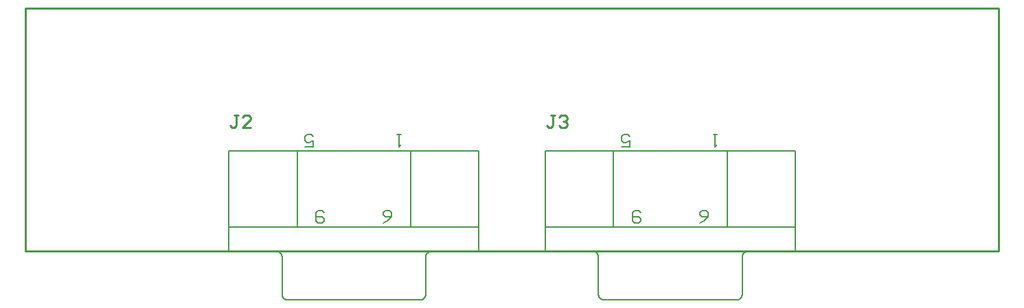
<source format=gto>
%FSDAX44Y44*%
%MOMM*%
%SFA1B1*%

%IPPOS*%
%ADD14C,0.200000*%
%ADD15C,0.253999*%
%ADD16C,0.150000*%
%LNtray3-1*%
%LPD*%
G54D14*
X00890649Y-00000049D02*
D01*
X00890165Y-00000066*
X00889682Y-00000117*
X00889204Y-00000201*
X00888734Y-00000319*
X00888272Y-00000468*
X00887822Y-00000650*
X00887387Y-00000863*
X00886966Y-00001105*
X00886564Y-00001377*
X00886182Y-00001675*
X00885821Y-00002000*
X00885484Y-00002349*
X00885173Y-00002721*
X00884887Y-00003113*
X00884630Y-00003524*
X00884403Y-00003953*
X00884206Y-00004396*
X00884040Y-00004852*
X00883906Y-00005318*
X00883805Y-00005792*
X00883737Y-00006273*
X00883704Y-00006757*
X00883699Y-00006999*
X00876699Y-00059999D02*
D01*
X00877184Y-00059982*
X00877667Y-00059932*
X00878144Y-00059847*
X00878615Y-00059730*
X00879076Y-00059580*
X00879526Y-00059398*
X00879962Y-00059186*
X00880382Y-00058943*
X00880784Y-00058672*
X00881167Y-00058373*
X00881527Y-00058049*
X00881864Y-00057700*
X00882176Y-00057328*
X00882461Y-00056936*
X00882718Y-00056524*
X00882946Y-00056096*
X00883143Y-00055653*
X00883309Y-00055197*
X00883443Y-00054731*
X00883544Y-00054256*
X00883611Y-00053776*
X00883645Y-00053292*
X00883649Y-00053049*
X00706399Y-00006999D02*
D01*
X00706382Y-00006515*
X00706332Y-00006032*
X00706248Y-00005554*
X00706130Y-00005084*
X00705980Y-00004622*
X00705798Y-00004172*
X00705586Y-00003737*
X00705343Y-00003316*
X00705072Y-00002914*
X00704773Y-00002532*
X00704449Y-00002171*
X00704100Y-00001834*
X00703728Y-00001523*
X00703336Y-00001237*
X00702924Y-00000980*
X00702496Y-00000753*
X00702053Y-00000556*
X00701597Y-00000390*
X00701131Y-00000256*
X00700656Y-00000155*
X00700176Y-00000087*
X00699692Y-00000054*
X00699449Y-00000049*
X00706449Y-00053049D02*
D01*
X00706466Y-00053534*
X00706517Y-00054017*
X00706601Y-00054494*
X00706719Y-00054965*
X00706869Y-00055426*
X00707050Y-00055876*
X00707263Y-00056312*
X00707505Y-00056732*
X00707777Y-00057135*
X00708075Y-00057517*
X00708400Y-00057877*
X00708749Y-00058214*
X00709121Y-00058526*
X00709513Y-00058811*
X00709924Y-00059068*
X00710353Y-00059296*
X00710796Y-00059493*
X00711252Y-00059659*
X00711718Y-00059793*
X00712193Y-00059894*
X00712673Y-00059961*
X00713157Y-00059995*
X00713399Y-00059999*
X00500549Y-00000049D02*
D01*
X00500065Y-00000066*
X00499582Y-00000117*
X00499104Y-00000201*
X00498634Y-00000319*
X00498172Y-00000468*
X00497723Y-00000650*
X00497287Y-00000863*
X00496866Y-00001105*
X00496464Y-00001377*
X00496082Y-00001675*
X00495721Y-00002000*
X00495385Y-00002349*
X00495073Y-00002721*
X00494787Y-00003113*
X00494530Y-00003524*
X00494303Y-00003953*
X00494105Y-00004396*
X00493940Y-00004852*
X00493806Y-00005318*
X00493705Y-00005792*
X00493637Y-00006273*
X00493604Y-00006757*
X00493599Y-00006999*
X00486599Y-00059999D02*
D01*
X00487084Y-00059982*
X00487567Y-00059932*
X00488044Y-00059847*
X00488515Y-00059730*
X00488976Y-00059580*
X00489426Y-00059398*
X00489862Y-00059186*
X00490282Y-00058943*
X00490685Y-00058672*
X00491067Y-00058373*
X00491427Y-00058049*
X00491764Y-00057700*
X00492076Y-00057328*
X00492361Y-00056936*
X00492618Y-00056524*
X00492846Y-00056096*
X00493043Y-00055653*
X00493209Y-00055197*
X00493343Y-00054731*
X00493444Y-00054256*
X00493511Y-00053776*
X00493545Y-00053292*
X00493549Y-00053049*
X00316299Y-00006999D02*
D01*
X00316282Y-00006515*
X00316232Y-00006032*
X00316147Y-00005554*
X00316030Y-00005084*
X00315880Y-00004622*
X00315699Y-00004172*
X00315486Y-00003737*
X00315243Y-00003316*
X00314972Y-00002914*
X00314673Y-00002532*
X00314349Y-00002171*
X00314000Y-00001834*
X00313628Y-00001523*
X00313236Y-00001237*
X00312824Y-00000980*
X00312396Y-00000753*
X00311953Y-00000556*
X00311497Y-00000390*
X00311031Y-00000256*
X00310556Y-00000155*
X00310076Y-00000087*
X00309592Y-00000054*
X00309349Y-00000049*
X00316349Y-00053049D02*
D01*
X00316366Y-00053534*
X00316417Y-00054017*
X00316501Y-00054494*
X00316619Y-00054965*
X00316768Y-00055426*
X00316950Y-00055876*
X00317163Y-00056312*
X00317406Y-00056732*
X00317677Y-00057135*
X00317975Y-00057517*
X00318300Y-00057877*
X00318649Y-00058214*
X00319020Y-00058526*
X00319413Y-00058811*
X00319824Y-00059068*
X00320253Y-00059296*
X00320696Y-00059493*
X00321152Y-00059659*
X00321618Y-00059793*
X00322093Y-00059894*
X00322573Y-00059961*
X00323057Y-00059995*
X00323299Y-00059999*
X00641049Y00029999D02*
X00949049D01*
X00641049Y00000000D02*
Y00123999D01*
X00949049Y00000000D02*
Y00123999D01*
X00713399Y-00059999D02*
X00876699D01*
X00641049Y00123999D02*
X00949049D01*
X00725049Y00029999D02*
Y00123999D01*
X00641049Y00000000D02*
X00949049D01*
X00865049Y00029999D02*
Y00123999D01*
X00883699Y-00052999D02*
Y-00006999D01*
X00706399Y-00052999D02*
Y-00006999D01*
X00250949Y00029999D02*
X00558949D01*
X00250949Y00000000D02*
Y00123999D01*
X00558949Y00000000D02*
Y00123999D01*
X00323299Y-00059999D02*
X00486599D01*
X00250949Y00123999D02*
X00558949D01*
X00334949Y00029999D02*
Y00123999D01*
X00250949Y00000000D02*
X00558949D01*
X00474949Y00029999D02*
Y00123999D01*
X00493599Y-00052999D02*
Y-00006999D01*
X00316299Y-00052999D02*
Y-00006999D01*
G54D15*
X00000000Y00000000D02*
X01199999D01*
Y00299999*
X00000000D02*
X01199999D01*
X00000000Y00000000D02*
Y00299999D01*
X00652806Y00168142D02*
X00647727D01*
X00650266*
Y00155446*
X00647727Y00152908*
X00645188*
X00642649Y00155446*
X00657884Y00165603D02*
X00660423Y00168142D01*
X00665502*
X00668041Y00165603*
Y00163064*
X00665502Y00160524*
X00662962*
X00665502*
X00668041Y00157985*
Y00155446*
X00665502Y00152908*
X00660423*
X00657884Y00155446*
X00262706Y00168142D02*
X00257627D01*
X00260167*
Y00155446*
X00257627Y00152908*
X00255088*
X00252549Y00155446*
X00277941Y00152908D02*
X00267784D01*
X00277941Y00163064*
Y00165603*
X00275402Y00168142*
X00270323*
X00267784Y00165603*
G54D16*
X00852949Y00143749D02*
X00847951D01*
X00850450*
Y00128754*
X00852949Y00131253*
X00734652Y00128754D02*
X00744649D01*
Y00136251*
X00739651Y00133752*
X00737151*
X00734652Y00136251*
Y00141250*
X00737151Y00143749*
X00742150*
X00744649Y00141250*
X00758499Y00047250D02*
X00756000Y00049749D01*
X00751001*
X00748502Y00047250*
Y00037253*
X00751001Y00034754*
X00756000*
X00758499Y00037253*
Y00039752*
X00756000Y00042251*
X00748502*
X00831602Y00034754D02*
X00836601Y00037253D01*
X00841599Y00042251*
Y00047250*
X00839100Y00049749*
X00834101*
X00831602Y00047250*
Y00044751*
X00834101Y00042251*
X00841599*
X00462849Y00143749D02*
X00457851D01*
X00460350*
Y00128754*
X00462849Y00131253*
X00344552Y00128754D02*
X00354549D01*
Y00136251*
X00349551Y00133752*
X00347051*
X00344552Y00136251*
Y00141250*
X00347051Y00143749*
X00352050*
X00354549Y00141250*
X00368399Y00047250D02*
X00365900Y00049749D01*
X00360901*
X00358402Y00047250*
Y00037253*
X00360901Y00034754*
X00365900*
X00368399Y00037253*
Y00039752*
X00365900Y00042251*
X00358402*
X00441502Y00034754D02*
X00446501Y00037253D01*
X00451499Y00042251*
Y00047250*
X00449000Y00049749*
X00444001*
X00441502Y00047250*
Y00044751*
X00444001Y00042251*
X00451499*
M02*
</source>
